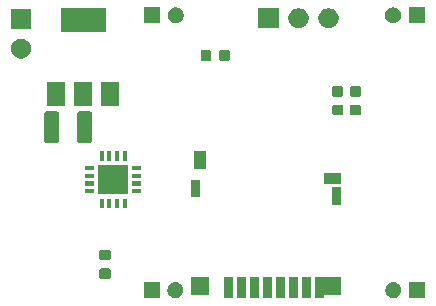
<source format=gbr>
G04 #@! TF.GenerationSoftware,KiCad,Pcbnew,(5.1.5)-3*
G04 #@! TF.CreationDate,2020-04-17T11:23:27-04:00*
G04 #@! TF.ProjectId,STM32_SMD_Quadcopter,53544d33-325f-4534-9d44-5f5175616463,rev?*
G04 #@! TF.SameCoordinates,PX2daf690PY1aab7d8*
G04 #@! TF.FileFunction,Soldermask,Bot*
G04 #@! TF.FilePolarity,Negative*
%FSLAX46Y46*%
G04 Gerber Fmt 4.6, Leading zero omitted, Abs format (unit mm)*
G04 Created by KiCad (PCBNEW (5.1.5)-3) date 2020-04-17 11:23:27*
%MOMM*%
%LPD*%
G04 APERTURE LIST*
%ADD10C,0.100000*%
G04 APERTURE END LIST*
D10*
G36*
X13090889Y-25015102D02*
G01*
X11740889Y-25015102D01*
X11740889Y-23665102D01*
X13090889Y-23665102D01*
X13090889Y-25015102D01*
G37*
G36*
X14612778Y-23691041D02*
G01*
X14735620Y-23741924D01*
X14846176Y-23815795D01*
X14940196Y-23909815D01*
X15014067Y-24020371D01*
X15064950Y-24143213D01*
X15090889Y-24273619D01*
X15090889Y-24406585D01*
X15064950Y-24536991D01*
X15014067Y-24659833D01*
X14940196Y-24770389D01*
X14846176Y-24864409D01*
X14735620Y-24938280D01*
X14612778Y-24989163D01*
X14482372Y-25015102D01*
X14349406Y-25015102D01*
X14219000Y-24989163D01*
X14096158Y-24938280D01*
X13985602Y-24864409D01*
X13891582Y-24770389D01*
X13817711Y-24659833D01*
X13766828Y-24536991D01*
X13740889Y-24406585D01*
X13740889Y-24273619D01*
X13766828Y-24143213D01*
X13817711Y-24020371D01*
X13891582Y-23909815D01*
X13985602Y-23815795D01*
X14096158Y-23741924D01*
X14219000Y-23691041D01*
X14349406Y-23665102D01*
X14482372Y-23665102D01*
X14612778Y-23691041D01*
G37*
G36*
X35546603Y-25002684D02*
G01*
X34196603Y-25002684D01*
X34196603Y-23652684D01*
X35546603Y-23652684D01*
X35546603Y-25002684D01*
G37*
G36*
X33068492Y-23678623D02*
G01*
X33191334Y-23729506D01*
X33301890Y-23803377D01*
X33395910Y-23897397D01*
X33469781Y-24007953D01*
X33520664Y-24130795D01*
X33546603Y-24261201D01*
X33546603Y-24394167D01*
X33520664Y-24524573D01*
X33469781Y-24647415D01*
X33395910Y-24757971D01*
X33301890Y-24851991D01*
X33191334Y-24925862D01*
X33068492Y-24976745D01*
X32938086Y-25002684D01*
X32805120Y-25002684D01*
X32674714Y-24976745D01*
X32551872Y-24925862D01*
X32441316Y-24851991D01*
X32347296Y-24757971D01*
X32273425Y-24647415D01*
X32222542Y-24524573D01*
X32196603Y-24394167D01*
X32196603Y-24261201D01*
X32222542Y-24130795D01*
X32273425Y-24007953D01*
X32347296Y-23897397D01*
X32441316Y-23803377D01*
X32551872Y-23729506D01*
X32674714Y-23678623D01*
X32805120Y-23652684D01*
X32938086Y-23652684D01*
X33068492Y-23678623D01*
G37*
G36*
X21473000Y-24995600D02*
G01*
X20773000Y-24995600D01*
X20773000Y-23245600D01*
X21473000Y-23245600D01*
X21473000Y-24995600D01*
G37*
G36*
X28473000Y-24745600D02*
G01*
X27097999Y-24745600D01*
X27073613Y-24748002D01*
X27050164Y-24755115D01*
X27028553Y-24766666D01*
X27009611Y-24782211D01*
X26994066Y-24801153D01*
X26982515Y-24822764D01*
X26975402Y-24846213D01*
X26973000Y-24870599D01*
X26973000Y-24995600D01*
X26273000Y-24995600D01*
X26273000Y-23245600D01*
X28473000Y-23245600D01*
X28473000Y-24745600D01*
G37*
G36*
X19273000Y-24995600D02*
G01*
X18573000Y-24995600D01*
X18573000Y-23245600D01*
X19273000Y-23245600D01*
X19273000Y-24995600D01*
G37*
G36*
X20373000Y-24995600D02*
G01*
X19673000Y-24995600D01*
X19673000Y-23245600D01*
X20373000Y-23245600D01*
X20373000Y-24995600D01*
G37*
G36*
X22573000Y-24995600D02*
G01*
X21873000Y-24995600D01*
X21873000Y-23245600D01*
X22573000Y-23245600D01*
X22573000Y-24995600D01*
G37*
G36*
X23673000Y-24995600D02*
G01*
X22973000Y-24995600D01*
X22973000Y-23245600D01*
X23673000Y-23245600D01*
X23673000Y-24995600D01*
G37*
G36*
X24773000Y-24995600D02*
G01*
X24073000Y-24995600D01*
X24073000Y-23245600D01*
X24773000Y-23245600D01*
X24773000Y-24995600D01*
G37*
G36*
X25873000Y-24995600D02*
G01*
X25173000Y-24995600D01*
X25173000Y-23245600D01*
X25873000Y-23245600D01*
X25873000Y-24995600D01*
G37*
G36*
X17223000Y-24745600D02*
G01*
X15723000Y-24745600D01*
X15723000Y-23245600D01*
X17223000Y-23245600D01*
X17223000Y-24745600D01*
G37*
G36*
X8807316Y-22502395D02*
G01*
X8836511Y-22511252D01*
X8863423Y-22525637D01*
X8887008Y-22544992D01*
X8906363Y-22568577D01*
X8920748Y-22595489D01*
X8929605Y-22624684D01*
X8933200Y-22661190D01*
X8933200Y-23211410D01*
X8929605Y-23247916D01*
X8920748Y-23277111D01*
X8906363Y-23304023D01*
X8887008Y-23327608D01*
X8863423Y-23346963D01*
X8836511Y-23361348D01*
X8807316Y-23370205D01*
X8770810Y-23373800D01*
X8145590Y-23373800D01*
X8109084Y-23370205D01*
X8079889Y-23361348D01*
X8052977Y-23346963D01*
X8029392Y-23327608D01*
X8010037Y-23304023D01*
X7995652Y-23277111D01*
X7986795Y-23247916D01*
X7983200Y-23211410D01*
X7983200Y-22661190D01*
X7986795Y-22624684D01*
X7995652Y-22595489D01*
X8010037Y-22568577D01*
X8029392Y-22544992D01*
X8052977Y-22525637D01*
X8079889Y-22511252D01*
X8109084Y-22502395D01*
X8145590Y-22498800D01*
X8770810Y-22498800D01*
X8807316Y-22502395D01*
G37*
G36*
X8807316Y-20927395D02*
G01*
X8836511Y-20936252D01*
X8863423Y-20950637D01*
X8887008Y-20969992D01*
X8906363Y-20993577D01*
X8920748Y-21020489D01*
X8929605Y-21049684D01*
X8933200Y-21086190D01*
X8933200Y-21636410D01*
X8929605Y-21672916D01*
X8920748Y-21702111D01*
X8906363Y-21729023D01*
X8887008Y-21752608D01*
X8863423Y-21771963D01*
X8836511Y-21786348D01*
X8807316Y-21795205D01*
X8770810Y-21798800D01*
X8145590Y-21798800D01*
X8109084Y-21795205D01*
X8079889Y-21786348D01*
X8052977Y-21771963D01*
X8029392Y-21752608D01*
X8010037Y-21729023D01*
X7995652Y-21702111D01*
X7986795Y-21672916D01*
X7983200Y-21636410D01*
X7983200Y-21086190D01*
X7986795Y-21049684D01*
X7995652Y-21020489D01*
X8010037Y-20993577D01*
X8029392Y-20969992D01*
X8052977Y-20950637D01*
X8079889Y-20936252D01*
X8109084Y-20927395D01*
X8145590Y-20923800D01*
X8770810Y-20923800D01*
X8807316Y-20927395D01*
G37*
G36*
X10294000Y-17386000D02*
G01*
X9944000Y-17386000D01*
X9944000Y-16586000D01*
X10294000Y-16586000D01*
X10294000Y-17386000D01*
G37*
G36*
X8344000Y-17386000D02*
G01*
X7994000Y-17386000D01*
X7994000Y-16586000D01*
X8344000Y-16586000D01*
X8344000Y-17386000D01*
G37*
G36*
X8994000Y-17386000D02*
G01*
X8644000Y-17386000D01*
X8644000Y-16586000D01*
X8994000Y-16586000D01*
X8994000Y-17386000D01*
G37*
G36*
X9644000Y-17386000D02*
G01*
X9294000Y-17386000D01*
X9294000Y-16586000D01*
X9644000Y-16586000D01*
X9644000Y-17386000D01*
G37*
G36*
X28473000Y-17145600D02*
G01*
X27673000Y-17145600D01*
X27673000Y-15645600D01*
X28473000Y-15645600D01*
X28473000Y-17145600D01*
G37*
G36*
X16523000Y-16445600D02*
G01*
X15723000Y-16445600D01*
X15723000Y-15045600D01*
X16523000Y-15045600D01*
X16523000Y-16445600D01*
G37*
G36*
X10394000Y-16236000D02*
G01*
X7894000Y-16236000D01*
X7894000Y-13736000D01*
X10394000Y-13736000D01*
X10394000Y-16236000D01*
G37*
G36*
X7544000Y-16136000D02*
G01*
X6744000Y-16136000D01*
X6744000Y-15786000D01*
X7544000Y-15786000D01*
X7544000Y-16136000D01*
G37*
G36*
X11544000Y-16136000D02*
G01*
X10744000Y-16136000D01*
X10744000Y-15786000D01*
X11544000Y-15786000D01*
X11544000Y-16136000D01*
G37*
G36*
X11544000Y-15486000D02*
G01*
X10744000Y-15486000D01*
X10744000Y-15136000D01*
X11544000Y-15136000D01*
X11544000Y-15486000D01*
G37*
G36*
X7544000Y-15486000D02*
G01*
X6744000Y-15486000D01*
X6744000Y-15136000D01*
X7544000Y-15136000D01*
X7544000Y-15486000D01*
G37*
G36*
X28473000Y-15395600D02*
G01*
X27023000Y-15395600D01*
X27023000Y-14395600D01*
X28473000Y-14395600D01*
X28473000Y-15395600D01*
G37*
G36*
X7544000Y-14836000D02*
G01*
X6744000Y-14836000D01*
X6744000Y-14486000D01*
X7544000Y-14486000D01*
X7544000Y-14836000D01*
G37*
G36*
X11544000Y-14836000D02*
G01*
X10744000Y-14836000D01*
X10744000Y-14486000D01*
X11544000Y-14486000D01*
X11544000Y-14836000D01*
G37*
G36*
X11544000Y-14186000D02*
G01*
X10744000Y-14186000D01*
X10744000Y-13836000D01*
X11544000Y-13836000D01*
X11544000Y-14186000D01*
G37*
G36*
X7544000Y-14186000D02*
G01*
X6744000Y-14186000D01*
X6744000Y-13836000D01*
X7544000Y-13836000D01*
X7544000Y-14186000D01*
G37*
G36*
X17023000Y-14095600D02*
G01*
X16023000Y-14095600D01*
X16023000Y-12545600D01*
X17023000Y-12545600D01*
X17023000Y-14095600D01*
G37*
G36*
X10294000Y-13386000D02*
G01*
X9944000Y-13386000D01*
X9944000Y-12586000D01*
X10294000Y-12586000D01*
X10294000Y-13386000D01*
G37*
G36*
X9644000Y-13386000D02*
G01*
X9294000Y-13386000D01*
X9294000Y-12586000D01*
X9644000Y-12586000D01*
X9644000Y-13386000D01*
G37*
G36*
X8994000Y-13386000D02*
G01*
X8644000Y-13386000D01*
X8644000Y-12586000D01*
X8994000Y-12586000D01*
X8994000Y-13386000D01*
G37*
G36*
X8344000Y-13386000D02*
G01*
X7994000Y-13386000D01*
X7994000Y-12586000D01*
X8344000Y-12586000D01*
X8344000Y-13386000D01*
G37*
G36*
X4418024Y-9219955D02*
G01*
X4450738Y-9229879D01*
X4480885Y-9245993D01*
X4507315Y-9267685D01*
X4529007Y-9294115D01*
X4545121Y-9324262D01*
X4555045Y-9356976D01*
X4559000Y-9397138D01*
X4559000Y-11684862D01*
X4555045Y-11725024D01*
X4545121Y-11757738D01*
X4529007Y-11787885D01*
X4507315Y-11814315D01*
X4480885Y-11836007D01*
X4450738Y-11852121D01*
X4418024Y-11862045D01*
X4377862Y-11866000D01*
X3490138Y-11866000D01*
X3449976Y-11862045D01*
X3417262Y-11852121D01*
X3387115Y-11836007D01*
X3360685Y-11814315D01*
X3338993Y-11787885D01*
X3322879Y-11757738D01*
X3312955Y-11725024D01*
X3309000Y-11684862D01*
X3309000Y-9397138D01*
X3312955Y-9356976D01*
X3322879Y-9324262D01*
X3338993Y-9294115D01*
X3360685Y-9267685D01*
X3387115Y-9245993D01*
X3417262Y-9229879D01*
X3449976Y-9219955D01*
X3490138Y-9216000D01*
X4377862Y-9216000D01*
X4418024Y-9219955D01*
G37*
G36*
X7218024Y-9219955D02*
G01*
X7250738Y-9229879D01*
X7280885Y-9245993D01*
X7307315Y-9267685D01*
X7329007Y-9294115D01*
X7345121Y-9324262D01*
X7355045Y-9356976D01*
X7359000Y-9397138D01*
X7359000Y-11684862D01*
X7355045Y-11725024D01*
X7345121Y-11757738D01*
X7329007Y-11787885D01*
X7307315Y-11814315D01*
X7280885Y-11836007D01*
X7250738Y-11852121D01*
X7218024Y-11862045D01*
X7177862Y-11866000D01*
X6290138Y-11866000D01*
X6249976Y-11862045D01*
X6217262Y-11852121D01*
X6187115Y-11836007D01*
X6160685Y-11814315D01*
X6138993Y-11787885D01*
X6122879Y-11757738D01*
X6112955Y-11725024D01*
X6109000Y-11684862D01*
X6109000Y-9397138D01*
X6112955Y-9356976D01*
X6122879Y-9324262D01*
X6138993Y-9294115D01*
X6160685Y-9267685D01*
X6187115Y-9245993D01*
X6217262Y-9229879D01*
X6249976Y-9219955D01*
X6290138Y-9216000D01*
X7177862Y-9216000D01*
X7218024Y-9219955D01*
G37*
G36*
X28517716Y-8659395D02*
G01*
X28546911Y-8668252D01*
X28573823Y-8682637D01*
X28597408Y-8701992D01*
X28616763Y-8725577D01*
X28631148Y-8752489D01*
X28640005Y-8781684D01*
X28643600Y-8818190D01*
X28643600Y-9368410D01*
X28640005Y-9404916D01*
X28631148Y-9434111D01*
X28616763Y-9461023D01*
X28597408Y-9484608D01*
X28573823Y-9503963D01*
X28546911Y-9518348D01*
X28517716Y-9527205D01*
X28481210Y-9530800D01*
X27855990Y-9530800D01*
X27819484Y-9527205D01*
X27790289Y-9518348D01*
X27763377Y-9503963D01*
X27739792Y-9484608D01*
X27720437Y-9461023D01*
X27706052Y-9434111D01*
X27697195Y-9404916D01*
X27693600Y-9368410D01*
X27693600Y-8818190D01*
X27697195Y-8781684D01*
X27706052Y-8752489D01*
X27720437Y-8725577D01*
X27739792Y-8701992D01*
X27763377Y-8682637D01*
X27790289Y-8668252D01*
X27819484Y-8659395D01*
X27855990Y-8655800D01*
X28481210Y-8655800D01*
X28517716Y-8659395D01*
G37*
G36*
X29990916Y-8659395D02*
G01*
X30020111Y-8668252D01*
X30047023Y-8682637D01*
X30070608Y-8701992D01*
X30089963Y-8725577D01*
X30104348Y-8752489D01*
X30113205Y-8781684D01*
X30116800Y-8818190D01*
X30116800Y-9368410D01*
X30113205Y-9404916D01*
X30104348Y-9434111D01*
X30089963Y-9461023D01*
X30070608Y-9484608D01*
X30047023Y-9503963D01*
X30020111Y-9518348D01*
X29990916Y-9527205D01*
X29954410Y-9530800D01*
X29329190Y-9530800D01*
X29292684Y-9527205D01*
X29263489Y-9518348D01*
X29236577Y-9503963D01*
X29212992Y-9484608D01*
X29193637Y-9461023D01*
X29179252Y-9434111D01*
X29170395Y-9404916D01*
X29166800Y-9368410D01*
X29166800Y-8818190D01*
X29170395Y-8781684D01*
X29179252Y-8752489D01*
X29193637Y-8725577D01*
X29212992Y-8701992D01*
X29236577Y-8682637D01*
X29263489Y-8668252D01*
X29292684Y-8659395D01*
X29329190Y-8655800D01*
X29954410Y-8655800D01*
X29990916Y-8659395D01*
G37*
G36*
X7354000Y-8747000D02*
G01*
X5854000Y-8747000D01*
X5854000Y-6747000D01*
X7354000Y-6747000D01*
X7354000Y-8747000D01*
G37*
G36*
X5054000Y-8747000D02*
G01*
X3554000Y-8747000D01*
X3554000Y-6747000D01*
X5054000Y-6747000D01*
X5054000Y-8747000D01*
G37*
G36*
X9654000Y-8747000D02*
G01*
X8154000Y-8747000D01*
X8154000Y-6747000D01*
X9654000Y-6747000D01*
X9654000Y-8747000D01*
G37*
G36*
X29990916Y-7084395D02*
G01*
X30020111Y-7093252D01*
X30047023Y-7107637D01*
X30070608Y-7126992D01*
X30089963Y-7150577D01*
X30104348Y-7177489D01*
X30113205Y-7206684D01*
X30116800Y-7243190D01*
X30116800Y-7793410D01*
X30113205Y-7829916D01*
X30104348Y-7859111D01*
X30089963Y-7886023D01*
X30070608Y-7909608D01*
X30047023Y-7928963D01*
X30020111Y-7943348D01*
X29990916Y-7952205D01*
X29954410Y-7955800D01*
X29329190Y-7955800D01*
X29292684Y-7952205D01*
X29263489Y-7943348D01*
X29236577Y-7928963D01*
X29212992Y-7909608D01*
X29193637Y-7886023D01*
X29179252Y-7859111D01*
X29170395Y-7829916D01*
X29166800Y-7793410D01*
X29166800Y-7243190D01*
X29170395Y-7206684D01*
X29179252Y-7177489D01*
X29193637Y-7150577D01*
X29212992Y-7126992D01*
X29236577Y-7107637D01*
X29263489Y-7093252D01*
X29292684Y-7084395D01*
X29329190Y-7080800D01*
X29954410Y-7080800D01*
X29990916Y-7084395D01*
G37*
G36*
X28517716Y-7084395D02*
G01*
X28546911Y-7093252D01*
X28573823Y-7107637D01*
X28597408Y-7126992D01*
X28616763Y-7150577D01*
X28631148Y-7177489D01*
X28640005Y-7206684D01*
X28643600Y-7243190D01*
X28643600Y-7793410D01*
X28640005Y-7829916D01*
X28631148Y-7859111D01*
X28616763Y-7886023D01*
X28597408Y-7909608D01*
X28573823Y-7928963D01*
X28546911Y-7943348D01*
X28517716Y-7952205D01*
X28481210Y-7955800D01*
X27855990Y-7955800D01*
X27819484Y-7952205D01*
X27790289Y-7943348D01*
X27763377Y-7928963D01*
X27739792Y-7909608D01*
X27720437Y-7886023D01*
X27706052Y-7859111D01*
X27697195Y-7829916D01*
X27693600Y-7793410D01*
X27693600Y-7243190D01*
X27697195Y-7206684D01*
X27706052Y-7177489D01*
X27720437Y-7150577D01*
X27739792Y-7126992D01*
X27763377Y-7107637D01*
X27790289Y-7093252D01*
X27819484Y-7084395D01*
X27855990Y-7080800D01*
X28481210Y-7080800D01*
X28517716Y-7084395D01*
G37*
G36*
X18879116Y-3998995D02*
G01*
X18908311Y-4007852D01*
X18935223Y-4022237D01*
X18958808Y-4041592D01*
X18978163Y-4065177D01*
X18992548Y-4092089D01*
X19001405Y-4121284D01*
X19005000Y-4157790D01*
X19005000Y-4783010D01*
X19001405Y-4819516D01*
X18992548Y-4848711D01*
X18978163Y-4875623D01*
X18958808Y-4899208D01*
X18935223Y-4918563D01*
X18908311Y-4932948D01*
X18879116Y-4941805D01*
X18842610Y-4945400D01*
X18292390Y-4945400D01*
X18255884Y-4941805D01*
X18226689Y-4932948D01*
X18199777Y-4918563D01*
X18176192Y-4899208D01*
X18156837Y-4875623D01*
X18142452Y-4848711D01*
X18133595Y-4819516D01*
X18130000Y-4783010D01*
X18130000Y-4157790D01*
X18133595Y-4121284D01*
X18142452Y-4092089D01*
X18156837Y-4065177D01*
X18176192Y-4041592D01*
X18199777Y-4022237D01*
X18226689Y-4007852D01*
X18255884Y-3998995D01*
X18292390Y-3995400D01*
X18842610Y-3995400D01*
X18879116Y-3998995D01*
G37*
G36*
X17304116Y-3998995D02*
G01*
X17333311Y-4007852D01*
X17360223Y-4022237D01*
X17383808Y-4041592D01*
X17403163Y-4065177D01*
X17417548Y-4092089D01*
X17426405Y-4121284D01*
X17430000Y-4157790D01*
X17430000Y-4783010D01*
X17426405Y-4819516D01*
X17417548Y-4848711D01*
X17403163Y-4875623D01*
X17383808Y-4899208D01*
X17360223Y-4918563D01*
X17333311Y-4932948D01*
X17304116Y-4941805D01*
X17267610Y-4945400D01*
X16717390Y-4945400D01*
X16680884Y-4941805D01*
X16651689Y-4932948D01*
X16624777Y-4918563D01*
X16601192Y-4899208D01*
X16581837Y-4875623D01*
X16567452Y-4848711D01*
X16558595Y-4819516D01*
X16555000Y-4783010D01*
X16555000Y-4157790D01*
X16558595Y-4121284D01*
X16567452Y-4092089D01*
X16581837Y-4065177D01*
X16601192Y-4041592D01*
X16624777Y-4022237D01*
X16651689Y-4007852D01*
X16680884Y-3998995D01*
X16717390Y-3995400D01*
X17267610Y-3995400D01*
X17304116Y-3998995D01*
G37*
G36*
X1594135Y-3068864D02*
G01*
X1748824Y-3132939D01*
X1748826Y-3132940D01*
X1888044Y-3225962D01*
X2006438Y-3344356D01*
X2099460Y-3483574D01*
X2099461Y-3483576D01*
X2163536Y-3638265D01*
X2196200Y-3802481D01*
X2196200Y-3969919D01*
X2163536Y-4134135D01*
X2130392Y-4214150D01*
X2099460Y-4288826D01*
X2006438Y-4428044D01*
X1888044Y-4546438D01*
X1748826Y-4639460D01*
X1748825Y-4639461D01*
X1748824Y-4639461D01*
X1594135Y-4703536D01*
X1429919Y-4736200D01*
X1262481Y-4736200D01*
X1098265Y-4703536D01*
X943576Y-4639461D01*
X943575Y-4639461D01*
X943574Y-4639460D01*
X804356Y-4546438D01*
X685962Y-4428044D01*
X592940Y-4288826D01*
X562008Y-4214150D01*
X528864Y-4134135D01*
X496200Y-3969919D01*
X496200Y-3802481D01*
X528864Y-3638265D01*
X592939Y-3483576D01*
X592940Y-3483574D01*
X685962Y-3344356D01*
X804356Y-3225962D01*
X943574Y-3132940D01*
X943576Y-3132939D01*
X1098265Y-3068864D01*
X1262481Y-3036200D01*
X1429919Y-3036200D01*
X1594135Y-3068864D01*
G37*
G36*
X8504000Y-2447000D02*
G01*
X4704000Y-2447000D01*
X4704000Y-447000D01*
X8504000Y-447000D01*
X8504000Y-2447000D01*
G37*
G36*
X2196200Y-2196200D02*
G01*
X496200Y-2196200D01*
X496200Y-496200D01*
X2196200Y-496200D01*
X2196200Y-2196200D01*
G37*
G36*
X25089135Y-503464D02*
G01*
X25243824Y-567539D01*
X25243826Y-567540D01*
X25383044Y-660562D01*
X25501438Y-778956D01*
X25594460Y-918174D01*
X25594461Y-918176D01*
X25658536Y-1072865D01*
X25691200Y-1237081D01*
X25691200Y-1404519D01*
X25658536Y-1568735D01*
X25618670Y-1664978D01*
X25594460Y-1723426D01*
X25501438Y-1862644D01*
X25383044Y-1981038D01*
X25243826Y-2074060D01*
X25243825Y-2074061D01*
X25243824Y-2074061D01*
X25089135Y-2138136D01*
X24924919Y-2170800D01*
X24757481Y-2170800D01*
X24593265Y-2138136D01*
X24438576Y-2074061D01*
X24438575Y-2074061D01*
X24438574Y-2074060D01*
X24299356Y-1981038D01*
X24180962Y-1862644D01*
X24087940Y-1723426D01*
X24063730Y-1664978D01*
X24023864Y-1568735D01*
X23991200Y-1404519D01*
X23991200Y-1237081D01*
X24023864Y-1072865D01*
X24087939Y-918176D01*
X24087940Y-918174D01*
X24180962Y-778956D01*
X24299356Y-660562D01*
X24438574Y-567540D01*
X24438576Y-567539D01*
X24593265Y-503464D01*
X24757481Y-470800D01*
X24924919Y-470800D01*
X25089135Y-503464D01*
G37*
G36*
X27629135Y-503464D02*
G01*
X27783824Y-567539D01*
X27783826Y-567540D01*
X27923044Y-660562D01*
X28041438Y-778956D01*
X28134460Y-918174D01*
X28134461Y-918176D01*
X28198536Y-1072865D01*
X28231200Y-1237081D01*
X28231200Y-1404519D01*
X28198536Y-1568735D01*
X28158670Y-1664978D01*
X28134460Y-1723426D01*
X28041438Y-1862644D01*
X27923044Y-1981038D01*
X27783826Y-2074060D01*
X27783825Y-2074061D01*
X27783824Y-2074061D01*
X27629135Y-2138136D01*
X27464919Y-2170800D01*
X27297481Y-2170800D01*
X27133265Y-2138136D01*
X26978576Y-2074061D01*
X26978575Y-2074061D01*
X26978574Y-2074060D01*
X26839356Y-1981038D01*
X26720962Y-1862644D01*
X26627940Y-1723426D01*
X26603730Y-1664978D01*
X26563864Y-1568735D01*
X26531200Y-1404519D01*
X26531200Y-1237081D01*
X26563864Y-1072865D01*
X26627939Y-918176D01*
X26627940Y-918174D01*
X26720962Y-778956D01*
X26839356Y-660562D01*
X26978574Y-567540D01*
X26978576Y-567539D01*
X27133265Y-503464D01*
X27297481Y-470800D01*
X27464919Y-470800D01*
X27629135Y-503464D01*
G37*
G36*
X23151200Y-2170800D02*
G01*
X21451200Y-2170800D01*
X21451200Y-470800D01*
X23151200Y-470800D01*
X23151200Y-2170800D01*
G37*
G36*
X33045689Y-417739D02*
G01*
X33168531Y-468622D01*
X33279087Y-542493D01*
X33373107Y-636513D01*
X33446978Y-747069D01*
X33497861Y-869911D01*
X33523800Y-1000317D01*
X33523800Y-1133283D01*
X33497861Y-1263689D01*
X33446978Y-1386531D01*
X33373107Y-1497087D01*
X33279087Y-1591107D01*
X33168531Y-1664978D01*
X33045689Y-1715861D01*
X32915283Y-1741800D01*
X32782317Y-1741800D01*
X32651911Y-1715861D01*
X32529069Y-1664978D01*
X32418513Y-1591107D01*
X32324493Y-1497087D01*
X32250622Y-1386531D01*
X32199739Y-1263689D01*
X32173800Y-1133283D01*
X32173800Y-1000317D01*
X32199739Y-869911D01*
X32250622Y-747069D01*
X32324493Y-636513D01*
X32418513Y-542493D01*
X32529069Y-468622D01*
X32651911Y-417739D01*
X32782317Y-391800D01*
X32915283Y-391800D01*
X33045689Y-417739D01*
G37*
G36*
X13121000Y-1741800D02*
G01*
X11771000Y-1741800D01*
X11771000Y-391800D01*
X13121000Y-391800D01*
X13121000Y-1741800D01*
G37*
G36*
X14642889Y-417739D02*
G01*
X14765731Y-468622D01*
X14876287Y-542493D01*
X14970307Y-636513D01*
X15044178Y-747069D01*
X15095061Y-869911D01*
X15121000Y-1000317D01*
X15121000Y-1133283D01*
X15095061Y-1263689D01*
X15044178Y-1386531D01*
X14970307Y-1497087D01*
X14876287Y-1591107D01*
X14765731Y-1664978D01*
X14642889Y-1715861D01*
X14512483Y-1741800D01*
X14379517Y-1741800D01*
X14249111Y-1715861D01*
X14126269Y-1664978D01*
X14015713Y-1591107D01*
X13921693Y-1497087D01*
X13847822Y-1386531D01*
X13796939Y-1263689D01*
X13771000Y-1133283D01*
X13771000Y-1000317D01*
X13796939Y-869911D01*
X13847822Y-747069D01*
X13921693Y-636513D01*
X14015713Y-542493D01*
X14126269Y-468622D01*
X14249111Y-417739D01*
X14379517Y-391800D01*
X14512483Y-391800D01*
X14642889Y-417739D01*
G37*
G36*
X35523800Y-1741800D02*
G01*
X34173800Y-1741800D01*
X34173800Y-391800D01*
X35523800Y-391800D01*
X35523800Y-1741800D01*
G37*
M02*

</source>
